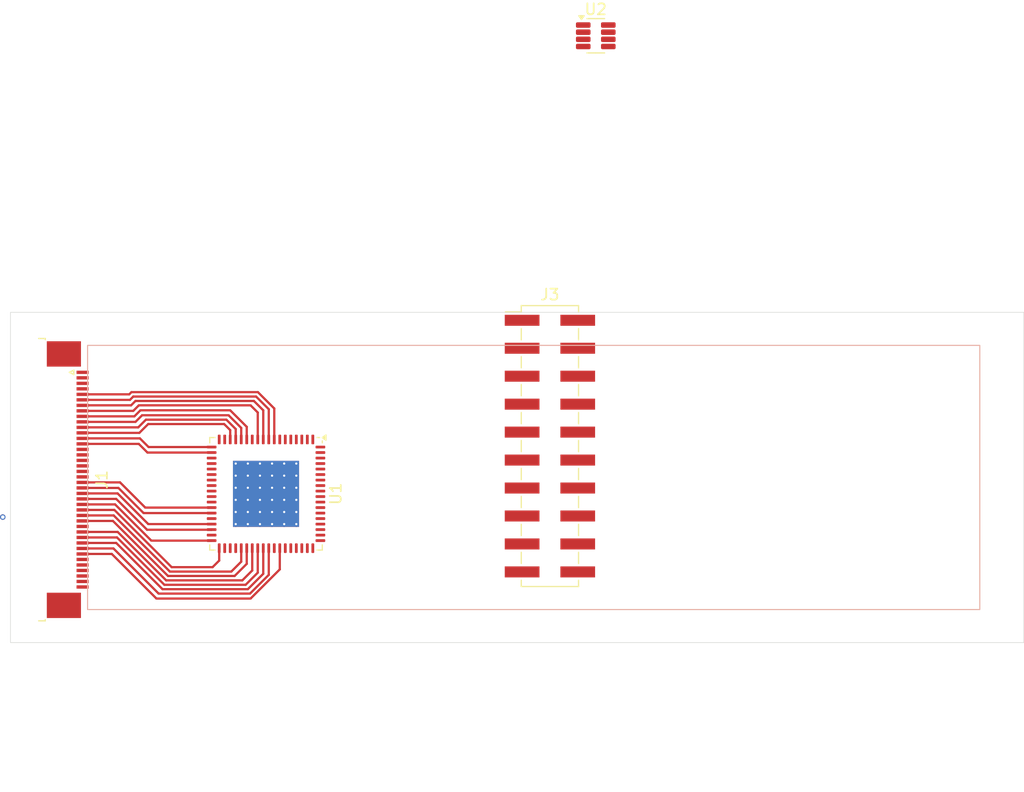
<source format=kicad_pcb>
(kicad_pcb (version 20240108) (generator "pcbnew") (generator_version "8.0")
  (layers (0 "F.Cu" signal) (1 "In1.Cu" signal) (2 "In2.Cu" signal) (31 "B.Cu" signal) (34 "B.Paste" user) (35 "F.Paste" user) (36 "B.SilkS" user "B.Silkscreen") (37 "F.SilkS" user "F.Silkscreen") (38 "B.Mask" user) (39 "F.Mask" user) (44 "Edge.Cuts" user))
  (net 0 "")
  (net 1 "RGB_R7")
  (net 3 "RGB_G4")
  (net 5 "RGB_B6")
  (net 6 "RGB_R5")
  (net 7 "GND")
  (net 9 "RGB_B4")
  (net 10 "VDD")
  (net 11 "RGB_B3")
  (net 12 "RGB_R3")
  (net 13 "RGB_R4")
  (net 14 "RGB_G2")
  (net 15 "RGB_B1")
  (net 16 "RGB_G5")
  (net 17 "RGB_PCLK")
  (net 18 "RGB_R0")
  (net 19 "RGB_B5")
  (net 20 "RGB_HSYNC")
  (net 21 "RGB_R1")
  (net 23 "RGB_B2")
  (net 25 "RGB_G0")
  (net 26 "RGB_EN")
  (net 27 "RGB_R6")
  (net 30 "RGB_G1")
  (net 31 "RGB_VSYNC")
  (net 32 "RGB_B0")
  (net 33 "RGB_R2")
  (net 34 "RGB_DE")
  (net 35 "RGB_G7")
  (net 36 "RGB_G6")
  (net 37 "RGB_G3")
  (net 38 "RGB_B7")
  (net 39 "JTAG_JTAGSEL_N")
  (net 40 "MIPI_D0_P")
  (net 41 "MIPI_CLK_N")
  (net 42 "MIPI_D0_N")
  (net 43 "MIPI_CLK_P")
  (net 44 "DISP_RST")
  (net 45 "DISP_IOVCC")
  (net 47 "DISP_VCI_EN")
  (net 48 "TP_VCC")
  (net 50 "DISP_ID")
  (footprint "Package_TO_SOT_SMD:SOT-23-8" (layer "F.Cu") (at 195.1375 99.875)
    (property "Reference" "U2" (at 0 -2.4 0) (layer "F.SilkS"))
    (property "Value" "~")
    (fp_line (start 0 -1.56) (end -0.8 -1.56) (stroke (width 0.12)) (layer "F.SilkS"))
    (fp_line (start 0 -1.56) (end 0.8 -1.56) (stroke (width 0.12)) (layer "F.SilkS"))
    (fp_line (start 0 1.56) (end -0.8 1.56) (stroke (width 0.12)) (layer "F.SilkS"))
    (fp_line (start 0 1.56) (end 0.8 1.56) (stroke (width 0.12)) (layer "F.SilkS"))
    (fp_poly (pts (xy -1.3 -1.485) (xy -1.54 -1.815) (xy -1.06 -1.815) (xy -1.3 -1.485)) (stroke (width 0.12)) (fill solid) (layer "F.SilkS"))
    (pad "1" smd roundrect (at -1.1375 -0.975) (size 1.325 0.5) (layers "F.Cu" "F.Paste" "F.Mask"))
    (pad "2" smd roundrect (at -1.1375 -0.325) (size 1.325 0.5) (layers "F.Cu" "F.Paste" "F.Mask"))
    (pad "3" smd roundrect (at -1.1375 0.325) (size 1.325 0.5) (layers "F.Cu" "F.Paste" "F.Mask"))
    (pad "4" smd roundrect (at -1.1375 0.975) (size 1.325 0.5) (layers "F.Cu" "F.Paste" "F.Mask"))
    (pad "5" smd roundrect (at 1.1375 0.975) (size 1.325 0.5) (layers "F.Cu" "F.Paste" "F.Mask"))
    (pad "6" smd roundrect (at 1.1375 0.325) (size 1.325 0.5) (layers "F.Cu" "F.Paste" "F.Mask"))
    (pad "7" smd roundrect (at 1.1375 -0.325) (size 1.325 0.5) (layers "F.Cu" "F.Paste" "F.Mask"))
    (pad "8" smd roundrect (at 1.1375 -0.975) (size 1.325 0.5) (layers "F.Cu" "F.Paste" "F.Mask"))
  )
  (footprint "Package_DFN_QFN:QFN-72-1EP_10x10mm_P0.5mm_EP6x6mm_ThermalVias" (layer "F.Cu") (at 165.2 141.4875 -90)
    (property "Reference" "U1" (at 0 -6.33 90) (layer "F.SilkS"))
    (property "Value" "LIFCL-17-7SG72C")
    (fp_line (start -5.11 5.11) (end -5.11 4.635) (stroke (width 0.12)) (layer "F.SilkS"))
    (fp_line (start -4.635 5.11) (end -5.11 5.11) (stroke (width 0.12)) (layer "F.SilkS"))
    (fp_line (start 4.635 5.11) (end 5.11 5.11) (stroke (width 0.12)) (layer "F.SilkS"))
    (fp_line (start 5.11 5.11) (end 5.11 4.635) (stroke (width 0.12)) (layer "F.SilkS"))
    (fp_line (start -5.11 -4.635) (end -5.11 -4.87) (stroke (width 0.12)) (layer "F.SilkS"))
    (fp_line (start -4.635 -5.11) (end -4.81 -5.11) (stroke (width 0.12)) (layer "F.SilkS"))
    (fp_line (start 4.635 -5.11) (end 5.11 -5.11) (stroke (width 0.12)) (layer "F.SilkS"))
    (fp_line (start 5.11 -5.11) (end 5.11 -4.635) (stroke (width 0.12)) (layer "F.SilkS"))
    (fp_poly (pts (xy -5.11 -5.11) (xy -5.35 -5.44) (xy -4.87 -5.44) (xy -5.11 -5.11)) (stroke (width 0.12)) (fill solid) (layer "F.SilkS"))
    (pad "1" smd roundrect (at -4.9375 -4.25 270) (size 0.875 0.25) (layers "F.Cu" "F.Paste" "F.Mask"))
    (pad "2" smd roundrect (at -4.9375 -3.75 270) (size 0.875 0.25) (layers "F.Cu" "F.Paste" "F.Mask"))
    (pad "3" smd roundrect (at -4.9375 -3.25 270) (size 0.875 0.25) (layers "F.Cu" "F.Paste" "F.Mask") (net 41 "MIPI_CLK_N"))
    (pad "4" smd roundrect (at -4.9375 -2.75 270) (size 0.875 0.25) (layers "F.Cu" "F.Paste" "F.Mask") (net 43 "MIPI_CLK_P"))
    (pad "5" smd roundrect (at -4.9375 -2.25 270) (size 0.875 0.25) (layers "F.Cu" "F.Paste" "F.Mask"))
    (pad "6" smd roundrect (at -4.9375 -1.75 270) (size 0.875 0.25) (layers "F.Cu" "F.Paste" "F.Mask"))
    (pad "7" smd roundrect (at -4.9375 -1.25 270) (size 0.875 0.25) (layers "F.Cu" "F.Paste" "F.Mask"))
    (pad "8" smd roundrect (at -4.9375 -0.75 270) (size 0.875 0.25) (layers "F.Cu" "F.Paste" "F.Mask") (net 18 "RGB_R0"))
    (pad "9" smd roundrect (at -4.9375 -0.25 270) (size 0.875 0.25) (layers "F.Cu" "F.Paste" "F.Mask") (net 21 "RGB_R1"))
    (pad "10" smd roundrect (at -4.9375 0.25 270) (size 0.875 0.25) (layers "F.Cu" "F.Paste" "F.Mask") (net 33 "RGB_R2"))
    (pad "11" smd roundrect (at -4.9375 0.75 270) (size 0.875 0.25) (layers "F.Cu" "F.Paste" "F.Mask") (net 12 "RGB_R3"))
    (pad "12" smd roundrect (at -4.9375 1.25 270) (size 0.875 0.25) (layers "F.Cu" "F.Paste" "F.Mask"))
    (pad "13" smd roundrect (at -4.9375 1.75 270) (size 0.875 0.25) (layers "F.Cu" "F.Paste" "F.Mask") (net 13 "RGB_R4"))
    (pad "14" smd roundrect (at -4.9375 2.25 270) (size 0.875 0.25) (layers "F.Cu" "F.Paste" "F.Mask") (net 6 "RGB_R5"))
    (pad "15" smd roundrect (at -4.9375 2.75 270) (size 0.875 0.25) (layers "F.Cu" "F.Paste" "F.Mask") (net 27 "RGB_R6"))
    (pad "16" smd roundrect (at -4.9375 3.25 270) (size 0.875 0.25) (layers "F.Cu" "F.Paste" "F.Mask") (net 1 "RGB_R7"))
    (pad "17" smd roundrect (at -4.9375 3.75 270) (size 0.875 0.25) (layers "F.Cu" "F.Paste" "F.Mask"))
    (pad "18" smd roundrect (at -4.9375 4.25 270) (size 0.875 0.25) (layers "F.Cu" "F.Paste" "F.Mask"))
    (pad "19" smd roundrect (at -4.25 4.9375 270) (size 0.25 0.875) (layers "F.Cu" "F.Paste" "F.Mask") (net 25 "RGB_G0"))
    (pad "20" smd roundrect (at -3.75 4.9375 270) (size 0.25 0.875) (layers "F.Cu" "F.Paste" "F.Mask") (net 30 "RGB_G1"))
    (pad "21" smd roundrect (at -3.25 4.9375 270) (size 0.25 0.875) (layers "F.Cu" "F.Paste" "F.Mask"))
    (pad "22" smd roundrect (at -2.75 4.9375 270) (size 0.25 0.875) (layers "F.Cu" "F.Paste" "F.Mask"))
    (pad "23" smd roundrect (at -2.25 4.9375 270) (size 0.25 0.875) (layers "F.Cu" "F.Paste" "F.Mask"))
    (pad "24" smd roundrect (at -1.75 4.9375 270) (size 0.25 0.875) (layers "F.Cu" "F.Paste" "F.Mask"))
    (pad "25" smd roundrect (at -1.25 4.9375 270) (size 0.25 0.875) (layers "F.Cu" "F.Paste" "F.Mask"))
    (pad "26" smd roundrect (at -0.75 4.9375 270) (size 0.25 0.875) (layers "F.Cu" "F.Paste" "F.Mask"))
    (pad "27" smd roundrect (at -0.25 4.9375 270) (size 0.25 0.875) (layers "F.Cu" "F.Paste" "F.Mask"))
    (pad "28" smd roundrect (at 0.25 4.9375 270) (size 0.25 0.875) (layers "F.Cu" "F.Paste" "F.Mask"))
    (pad "29" smd roundrect (at 0.75 4.9375 270) (size 0.25 0.875) (layers "F.Cu" "F.Paste" "F.Mask"))
    (pad "30" smd roundrect (at 1.25 4.9375 270) (size 0.25 0.875) (layers "F.Cu" "F.Paste" "F.Mask") (net 32 "RGB_B0"))
    (pad "31" smd roundrect (at 1.75 4.9375 270) (size 0.25 0.875) (layers "F.Cu" "F.Paste" "F.Mask") (net 15 "RGB_B1"))
    (pad "32" smd roundrect (at 2.25 4.9375 270) (size 0.25 0.875) (layers "F.Cu" "F.Paste" "F.Mask"))
    (pad "33" smd roundrect (at 2.75 4.9375 270) (size 0.25 0.875) (layers "F.Cu" "F.Paste" "F.Mask") (net 23 "RGB_B2"))
    (pad "34" smd roundrect (at 3.25 4.9375 270) (size 0.25 0.875) (layers "F.Cu" "F.Paste" "F.Mask") (net 11 "RGB_B3"))
    (pad "35" smd roundrect (at 3.75 4.9375 270) (size 0.25 0.875) (layers "F.Cu" "F.Paste" "F.Mask"))
    (pad "36" smd roundrect (at 4.25 4.9375 270) (size 0.25 0.875) (layers "F.Cu" "F.Paste" "F.Mask") (net 9 "RGB_B4"))
    (pad "37" smd roundrect (at 4.9375 4.25 270) (size 0.875 0.25) (layers "F.Cu" "F.Paste" "F.Mask") (net 19 "RGB_B5"))
    (pad "38" smd roundrect (at 4.9375 3.75 270) (size 0.875 0.25) (layers "F.Cu" "F.Paste" "F.Mask"))
    (pad "39" smd roundrect (at 4.9375 3.25 270) (size 0.875 0.25) (layers "F.Cu" "F.Paste" "F.Mask"))
    (pad "40" smd roundrect (at 4.9375 2.75 270) (size 0.875 0.25) (layers "F.Cu" "F.Paste" "F.Mask"))
    (pad "41" smd roundrect (at 4.9375 2.25 270) (size 0.875 0.25) (layers "F.Cu" "F.Paste" "F.Mask") (net 5 "RGB_B6"))
    (pad "42" smd roundrect (at 4.9375 1.75 270) (size 0.875 0.25) (layers "F.Cu" "F.Paste" "F.Mask") (net 38 "RGB_B7"))
    (pad "43" smd roundrect (at 4.9375 1.25 270) (size 0.875 0.25) (layers "F.Cu" "F.Paste" "F.Mask") (net 17 "RGB_PCLK"))
    (pad "44" smd roundrect (at 4.9375 0.75 270) (size 0.875 0.25) (layers "F.Cu" "F.Paste" "F.Mask") (net 26 "RGB_EN"))
    (pad "45" smd roundrect (at 4.9375 0.25 270) (size 0.875 0.25) (layers "F.Cu" "F.Paste" "F.Mask") (net 20 "RGB_HSYNC"))
    (pad "46" smd roundrect (at 4.9375 -0.25 270) (size 0.875 0.25) (layers "F.Cu" "F.Paste" "F.Mask") (net 31 "RGB_VSYNC"))
    (pad "47" smd roundrect (at 4.9375 -0.75 270) (size 0.875 0.25) (layers "F.Cu" "F.Paste" "F.Mask"))
    (pad "48" smd roundrect (at 4.9375 -1.25 270) (size 0.875 0.25) (layers "F.Cu" "F.Paste" "F.Mask") (net 34 "RGB_DE"))
    (pad "49" smd roundrect (at 4.9375 -1.75 270) (size 0.875 0.25) (layers "F.Cu" "F.Paste" "F.Mask"))
    (pad "50" smd roundrect (at 4.9375 -2.25 270) (size 0.875 0.25) (layers "F.Cu" "F.Paste" "F.Mask") (net 39 "JTAG_JTAGSEL_N"))
    (pad "51" smd roundrect (at 4.9375 -2.75 270) (size 0.875 0.25) (layers "F.Cu" "F.Paste" "F.Mask"))
    (pad "52" smd roundrect (at 4.9375 -3.25 270) (size 0.875 0.25) (layers "F.Cu" "F.Paste" "F.Mask"))
    (pad "53" smd roundrect (at 4.9375 -3.75 270) (size 0.875 0.25) (layers "F.Cu" "F.Paste" "F.Mask"))
    (pad "54" smd roundrect (at 4.9375 -4.25 270) (size 0.875 0.25) (layers "F.Cu" "F.Paste" "F.Mask"))
    (pad "55" smd roundrect (at 4.25 -4.9375 270) (size 0.25 0.875) (layers "F.Cu" "F.Paste" "F.Mask"))
    (pad "56" smd roundrect (at 3.75 -4.9375 270) (size 0.25 0.875) (layers "F.Cu" "F.Paste" "F.Mask"))
    (pad "57" smd roundrect (at 3.25 -4.9375 270) (size 0.25 0.875) (layers "F.Cu" "F.Paste" "F.Mask"))
    (pad "58" smd roundrect (at 2.75 -4.9375 270) (size 0.25 0.875) (layers "F.Cu" "F.Paste" "F.Mask"))
    (pad "59" smd roundrect (at 2.25 -4.9375 270) (size 0.25 0.875) (layers "F.Cu" "F.Paste" "F.Mask"))
    (pad "60" smd roundrect (at 1.75 -4.9375 270) (size 0.25 0.875) (layers "F.Cu" "F.Paste" "F.Mask"))
    (pad "61" smd roundrect (at 1.25 -4.9375 270) (size 0.25 0.875) (layers "F.Cu" "F.Paste" "F.Mask"))
    (pad "62" smd roundrect (at 0.75 -4.9375 270) (size 0.25 0.875) (layers "F.Cu" "F.Paste" "F.Mask"))
    (pad "63" smd roundrect (at 0.25 -4.9375 270) (size 0.25 0.875) (layers "F.Cu" "F.Paste" "F.Mask"))
    (pad "64" smd roundrect (at -0.25 -4.9375 270) (size 0.25 0.875) (layers "F.Cu" "F.Paste" "F.Mask"))
    (pad "65" smd roundrect (at -0.75 -4.9375 270) (size 0.25 0.875) (layers "F.Cu" "F.Paste" "F.Mask"))
    (pad "66" smd roundrect (at -1.25 -4.9375 270) (size 0.25 0.875) (layers "F.Cu" "F.Paste" "F.Mask"))
    (pad "67" smd roundrect (at -1.75 -4.9375 270) (size 0.25 0.875) (layers "F.Cu" "F.Paste" "F.Mask"))
    (pad "68" smd roundrect (at -2.25 -4.9375 270) (size 0.25 0.875) (layers "F.Cu" "F.Paste" "F.Mask") (net 40 "MIPI_D0_P"))
    (pad "69" smd roundrect (at -2.75 -4.9375 270) (size 0.25 0.875) (layers "F.Cu" "F.Paste" "F.Mask") (net 42 "MIPI_D0_N"))
    (pad "70" smd roundrect (at -3.25 -4.9375 270) (size 0.25 0.875) (layers "F.Cu" "F.Paste" "F.Mask"))
    (pad "71" smd roundrect (at -3.75 -4.9375 270) (size 0.25 0.875) (layers "F.Cu" "F.Paste" "F.Mask"))
    (pad "72" smd roundrect (at -4.25 -4.9375 270) (size 0.25 0.875) (layers "F.Cu" "F.Paste" "F.Mask"))
    (pad "73" thru_hole circle (at -2.75 -2.75 270) (size 0.5 0.5) (drill 0.2) (property pad_prop_heatsink) (layers "*.Cu" "In3.Cu" "In4.Cu" "In5.Cu" "In6.Cu" "In7.Cu" "In8.Cu" "In9.Cu" "In10.Cu" "In11.Cu" "In12.Cu" "In13.Cu" "In14.Cu" "In15.Cu" "In16.Cu" "In17.Cu" "In18.Cu" "In19.Cu" "In20.Cu" "In21.Cu" "In22.Cu" "In23.Cu" "In24.Cu" "In25.Cu" "In26.Cu" "In27.Cu" "In28.Cu" "In29.Cu" "In30.Cu"))
    (pad "73" thru_hole circle (at -2.75 -1.65 270) (size 0.5 0.5) (drill 0.2) (property pad_prop_heatsink) (layers "*.Cu" "In3.Cu" "In4.Cu" "In5.Cu" "In6.Cu" "In7.Cu" "In8.Cu" "In9.Cu" "In10.Cu" "In11.Cu" "In12.Cu" "In13.Cu" "In14.Cu" "In15.Cu" "In16.Cu" "In17.Cu" "In18.Cu" "In19.Cu" "In20.Cu" "In21.Cu" "In22.Cu" "In23.Cu" "In24.Cu" "In25.Cu" "In26.Cu" "In27.Cu" "In28.Cu" "In29.Cu" "In30.Cu"))
    (pad "73" thru_hole circle (at -2.75 -0.55 270) (size 0.5 0.5) (drill 0.2) (property pad_prop_heatsink) (layers "*.Cu" "In3.Cu" "In4.Cu" "In5.Cu" "In6.Cu" "In7.Cu" "In8.Cu" "In9.Cu" "In10.Cu" "In11.Cu" "In12.Cu" "In13.Cu" "In14.Cu" "In15.Cu" "In16.Cu" "In17.Cu" "In18.Cu" "In19.Cu" "In20.Cu" "In21.Cu" "In22.Cu" "In23.Cu" "In24.Cu" "In25.Cu" "In26.Cu" "In27.Cu" "In28.Cu" "In29.Cu" "In30.Cu"))
    (pad "73" thru_hole circle (at -2.75 0.55 270) (size 0.5 0.5) (drill 0.2) (property pad_prop_heatsink) (layers "*.Cu" "In3.Cu" "In4.Cu" "In5.Cu" "In6.Cu" "In7.Cu" "In8.Cu" "In9.Cu" "In10.Cu" "In11.Cu" "In12.Cu" "In13.Cu" "In14.Cu" "In15.Cu" "In16.Cu" "In17.Cu" "In18.Cu" "In19.Cu" "In20.Cu" "In21.Cu" "In22.Cu" "In23.Cu" "In24.Cu" "In25.Cu" "In26.Cu" "In27.Cu" "In28.Cu" "In29.Cu" "In30.Cu"))
    (pad "73" thru_hole circle (at -2.75 1.65 270) (size 0.5 0.5) (drill 0.2) (property pad_prop_heatsink) (layers "*.Cu" "In3.Cu" "In4.Cu" "In5.Cu" "In6.Cu" "In7.Cu" "In8.Cu" "In9.Cu" "In10.Cu" "In11.Cu" "In12.Cu" "In13.Cu" "In14.Cu" "In15.Cu" "In16.Cu" "In17.Cu" "In18.Cu" "In19.Cu" "In20.Cu" "In21.Cu" "In22.Cu" "In23.Cu" "In24.Cu" "In25.Cu" "In26.Cu" "In27.Cu" "In28.Cu" "In29.Cu" "In30.Cu"))
    (pad "73" thru_hole circle (at -2.75 2.75 270) (size 0.5 0.5) (drill 0.2) (property pad_prop_heatsink) (layers "*.Cu" "In3.Cu" "In4.Cu" "In5.Cu" "In6.Cu" "In7.Cu" "In8.Cu" "In9.Cu" "In10.Cu" "In11.Cu" "In12.Cu" "In13.Cu" "In14.Cu" "In15.Cu" "In16.Cu" "In17.Cu" "In18.Cu" "In19.Cu" "In20.Cu" "In21.Cu" "In22.Cu" "In23.Cu" "In24.Cu" "In25.Cu" "In26.Cu" "In27.Cu" "In28.Cu" "In29.Cu" "In30.Cu"))
    (pad "73" thru_hole circle (at -1.65 -2.75 270) (size 0.5 0.5) (drill 0.2) (property pad_prop_heatsink) (layers "*.Cu" "In3.Cu" "In4.Cu" "In5.Cu" "In6.Cu" "In7.Cu" "In8.Cu" "In9.Cu" "In10.Cu" "In11.Cu" "In12.Cu" "In13.Cu" "In14.Cu" "In15.Cu" "In16.Cu" "In17.Cu" "In18.Cu" "In19.Cu" "In20.Cu" "In21.Cu" "In22.Cu" "In23.Cu" "In24.Cu" "In25.Cu" "In26.Cu" "In27.Cu" "In28.Cu" "In29.Cu" "In30.Cu"))
    (pad "73" thru_hole circle (at -1.65 -1.65 270) (size 0.5 0.5) (drill 0.2) (property pad_prop_heatsink) (layers "*.Cu" "In3.Cu" "In4.Cu" "In5.Cu" "In6.Cu" "In7.Cu" "In8.Cu" "In9.Cu" "In10.Cu" "In11.Cu" "In12.Cu" "In13.Cu" "In14.Cu" "In15.Cu" "In16.Cu" "In17.Cu" "In18.Cu" "In19.Cu" "In20.Cu" "In21.Cu" "In22.Cu" "In23.Cu" "In24.Cu" "In25.Cu" "In26.Cu" "In27.Cu" "In28.Cu" "In29.Cu" "In30.Cu"))
    (pad "73" thru_hole circle (at -1.65 -0.55 270) (size 0.5 0.5) (drill 0.2) (property pad_prop_heatsink) (layers "*.Cu" "In3.Cu" "In4.Cu" "In5.Cu" "In6.Cu" "In7.Cu" "In8.Cu" "In9.Cu" "In10.Cu" "In11.Cu" "In12.Cu" "In13.Cu" "In14.Cu" "In15.Cu" "In16.Cu" "In17.Cu" "In18.Cu" "In19.Cu" "In20.Cu" "In21.Cu" "In22.Cu" "In23.Cu" "In24.Cu" "In25.Cu" "In26.Cu" "In27.Cu" "In28.Cu" "In29.Cu" "In30.Cu"))
    (pad "73" thru_hole circle (at -1.65 0.55 270) (size 0.5 0.5) (drill 0.2) (property pad_prop_heatsink) (layers "*.Cu" "In3.Cu" "In4.Cu" "In5.Cu" "In6.Cu" "In7.Cu" "In8.Cu" "In9.Cu" "In10.Cu" "In11.Cu" "In12.Cu" "In13.Cu" "In14.Cu" "In15.Cu" "In16.Cu" "In17.Cu" "In18.Cu" "In19.Cu" "In20.Cu" "In21.Cu" "In22.Cu" "In23.Cu" "In24.Cu" "In25.Cu" "In26.Cu" "In27.Cu" "In28.Cu" "In29.Cu" "In30.Cu"))
    (pad "73" thru_hole circle (at -1.65 1.65 270) (size 0.5 0.5) (drill 0.2) (property pad_prop_heatsink) (layers "*.Cu" "In3.Cu" "In4.Cu" "In5.Cu" "In6.Cu" "In7.Cu" "In8.Cu" "In9.Cu" "In10.Cu" "In11.Cu" "In12.Cu" "In13.Cu" "In14.Cu" "In15.Cu" "In16.Cu" "In17.Cu" "In18.Cu" "In19.Cu" "In20.Cu" "In21.Cu" "In22.Cu" "In23.Cu" "In24.Cu" "In25.Cu" "In26.Cu" "In27.Cu" "In28.Cu" "In29.Cu" "In30.Cu"))
    (pad "73" thru_hole circle (at -1.65 2.75 270) (size 0.5 0.5) (drill 0.2) (property pad_prop_heatsink) (layers "*.Cu" "In3.Cu" "In4.Cu" "In5.Cu" "In6.Cu" "In7.Cu" "In8.Cu" "In9.Cu" "In10.Cu" "In11.Cu" "In12.Cu" "In13.Cu" "In14.Cu" "In15.Cu" "In16.Cu" "In17.Cu" "In18.Cu" "In19.Cu" "In20.Cu" "In21.Cu" "In22.Cu" "In23.Cu" "In24.Cu" "In25.Cu" "In26.Cu" "In27.Cu" "In28.Cu" "In29.Cu" "In30.Cu"))
    (pad "73" thru_hole circle (at -0.55 -2.75 270) (size 0.5 0.5) (drill 0.2) (property pad_prop_heatsink) (layers "*.Cu" "In3.Cu" "In4.Cu" "In5.Cu" "In6.Cu" "In7.Cu" "In8.Cu" "In9.Cu" "In10.Cu" "In11.Cu" "In12.Cu" "In13.Cu" "In14.Cu" "In15.Cu" "In16.Cu" "In17.Cu" "In18.Cu" "In19.Cu" "In20.Cu" "In21.Cu" "In22.Cu" "In23.Cu" "In24.Cu" "In25.Cu" "In26.Cu" "In27.Cu" "In28.Cu" "In29.Cu" "In30.Cu"))
    (pad "73" thru_hole circle (at -0.55 -1.65 270) (size 0.5 0.5) (drill 0.2) (property pad_prop_heatsink) (layers "*.Cu" "In3.Cu" "In4.Cu" "In5.Cu" "In6.Cu" "In7.Cu" "In8.Cu" "In9.Cu" "In10.Cu" "In11.Cu" "In12.Cu" "In13.Cu" "In14.Cu" "In15.Cu" "In16.Cu" "In17.Cu" "In18.Cu" "In19.Cu" "In20.Cu" "In21.Cu" "In22.Cu" "In23.Cu" "In24.Cu" "In25.Cu" "In26.Cu" "In27.Cu" "In28.Cu" "In29.Cu" "In30.Cu"))
    (pad "73" thru_hole circle (at -0.55 -0.55 270) (size 0.5 0.5) (drill 0.2) (property pad_prop_heatsink) (layers "*.Cu" "In3.Cu" "In4.Cu" "In5.Cu" "In6.Cu" "In7.Cu" "In8.Cu" "In9.Cu" "In10.Cu" "In11.Cu" "In12.Cu" "In13.Cu" "In14.Cu" "In15.Cu" "In16.Cu" "In17.Cu" "In18.Cu" "In19.Cu" "In20.Cu" "In21.Cu" "In22.Cu" "In23.Cu" "In24.Cu" "In25.Cu" "In26.Cu" "In27.Cu" "In28.Cu" "In29.Cu" "In30.Cu"))
    (pad "73" thru_hole circle (at -0.55 0.55 270) (size 0.5 0.5) (drill 0.2) (property pad_prop_heatsink) (layers "*.Cu" "In3.Cu" "In4.Cu" "In5.Cu" "In6.Cu" "In7.Cu" "In8.Cu" "In9.Cu" "In10.Cu" "In11.Cu" "In12.Cu" "In13.Cu" "In14.Cu" "In15.Cu" "In16.Cu" "In17.Cu" "In18.Cu" "In19.Cu" "In20.Cu" "In21.Cu" "In22.Cu" "In23.Cu" "In24.Cu" "In25.Cu" "In26.Cu" "In27.Cu" "In28.Cu" "In29.Cu" "In30.Cu"))
    (pad "73" thru_hole circle (at -0.55 1.65 270) (size 0.5 0.5) (drill 0.2) (property pad_prop_heatsink) (layers "*.Cu" "In3.Cu" "In4.Cu" "In5.Cu" "In6.Cu" "In7.Cu" "In8.Cu" "In9.Cu" "In10.Cu" "In11.Cu" "In12.Cu" "In13.Cu" "In14.Cu" "In15.Cu" "In16.Cu" "In17.Cu" "In18.Cu" "In19.Cu" "In20.Cu" "In21.Cu" "In22.Cu" "In23.Cu" "In24.Cu" "In25.Cu" "In26.Cu" "In27.Cu" "In28.Cu" "In29.Cu" "In30.Cu"))
    (pad "73" thru_hole circle (at -0.55 2.75 270) (size 0.5 0.5) (drill 0.2) (property pad_prop_heatsink) (layers "*.Cu" "In3.Cu" "In4.Cu" "In5.Cu" "In6.Cu" "In7.Cu" "In8.Cu" "In9.Cu" "In10.Cu" "In11.Cu" "In12.Cu" "In13.Cu" "In14.Cu" "In15.Cu" "In16.Cu" "In17.Cu" "In18.Cu" "In19.Cu" "In20.Cu" "In21.Cu" "In22.Cu" "In23.Cu" "In24.Cu" "In25.Cu" "In26.Cu" "In27.Cu" "In28.Cu" "In29.Cu" "In30.Cu"))
    (pad "73" smd rect (at 0 0 270) (size 6 6) (property pad_prop_heatsink) (layers "F.Cu" "F.Mask"))
    (pad "73" smd rect (at 0 0 270) (size 6 6) (property pad_prop_heatsink) (layers "B.Cu"))
    (pad "73" thru_hole circle (at 0.55 -2.75 270) (size 0.5 0.5) (drill 0.2) (property pad_prop_heatsink) (layers "*.Cu" "In3.Cu" "In4.Cu" "In5.Cu" "In6.Cu" "In7.Cu" "In8.Cu" "In9.Cu" "In10.Cu" "In11.Cu" "In12.Cu" "In13.Cu" "In14.Cu" "In15.Cu" "In16.Cu" "In17.Cu" "In18.Cu" "In19.Cu" "In20.Cu" "In21.Cu" "In22.Cu" "In23.Cu" "In24.Cu" "In25.Cu" "In26.Cu" "In27.Cu" "In28.Cu" "In29.Cu" "In30.Cu"))
    (pad "73" thru_hole circle (at 0.55 -1.65 270) (size 0.5 0.5) (drill 0.2) (property pad_prop_heatsink) (layers "*.Cu" "In3.Cu" "In4.Cu" "In5.Cu" "In6.Cu" "In7.Cu" "In8.Cu" "In9.Cu" "In10.Cu" "In11.Cu" "In12.Cu" "In13.Cu" "In14.Cu" "In15.Cu" "In16.Cu" "In17.Cu" "In18.Cu" "In19.Cu" "In20.Cu" "In21.Cu" "In22.Cu" "In23.Cu" "In24.Cu" "In25.Cu" "In26.Cu" "In27.Cu" "In28.Cu" "In29.Cu" "In30.Cu"))
    (pad "73" thru_hole circle (at 0.55 -0.55 270) (size 0.5 0.5) (drill 0.2) (property pad_prop_heatsink) (layers "*.Cu" "In3.Cu" "In4.Cu" "In5.Cu" "In6.Cu" "In7.Cu" "In8.Cu" "In9.Cu" "In10.Cu" "In11.Cu" "In12.Cu" "In13.Cu" "In14.Cu" "In15.Cu" "In16.Cu" "In17.Cu" "In18.Cu" "In19.Cu" "In20.Cu" "In21.Cu" "In22.Cu" "In23.Cu" "In24.Cu" "In25.Cu" "In26.Cu" "In27.Cu" "In28.Cu" "In29.Cu" "In30.Cu"))
    (pad "73" thru_hole circle (at 0.55 0.55 270) (size 0.5 0.5) (drill 0.2) (property pad_prop_heatsink) (layers "*.Cu" "In3.Cu" "In4.Cu" "In5.Cu" "In6.Cu" "In7.Cu" "In8.Cu" "In9.Cu" "In10.Cu" "In11.Cu" "In12.Cu" "In13.Cu" "In14.Cu" "In15.Cu" "In16.Cu" "In17.Cu" "In18.Cu" "In19.Cu" "In20.Cu" "In21.Cu" "In22.Cu" "In23.Cu" "In24.Cu" "In25.Cu" "In26.Cu" "In27.Cu" "In28.Cu" "In29.Cu" "In30.Cu"))
    (pad "73" thru_hole circle (at 0.55 1.65 270) (size 0.5 0.5) (drill 0.2) (property pad_prop_heatsink) (layers "*.Cu" "In3.Cu" "In4.Cu" "In5.Cu" "In6.Cu" "In7.Cu" "In8.Cu" "In9.Cu" "In10.Cu" "In11.Cu" "In12.Cu" "In13.Cu" "In14.Cu" "In15.Cu" "In16.Cu" "In17.Cu" "In18.Cu" "In19.Cu" "In20.Cu" "In21.Cu" "In22.Cu" "In23.Cu" "In24.Cu" "In25.Cu" "In26.Cu" "In27.Cu" "In28.Cu" "In29.Cu" "In30.Cu"))
    (pad "73" thru_hole circle (at 0.55 2.75 270) (size 0.5 0.5) (drill 0.2) (property pad_prop_heatsink) (layers "*.Cu" "In3.Cu" "In4.Cu" "In5.Cu" "In6.Cu" "In7.Cu" "In8.Cu" "In9.Cu" "In10.Cu" "In11.Cu" "In12.Cu" "In13.Cu" "In14.Cu" "In15.Cu" "In16.Cu" "In17.Cu" "In18.Cu" "In19.Cu" "In20.Cu" "In21.Cu" "In22.Cu" "In23.Cu" "In24.Cu" "In25.Cu" "In26.Cu" "In27.Cu" "In28.Cu" "In29.Cu" "In30.Cu"))
    (pad "73" thru_hole circle (at 1.65 -2.75 270) (size 0.5 0.5) (drill 0.2) (property pad_prop_heatsink) (layers "*.Cu" "In3.Cu" "In4.Cu" "In5.Cu" "In6.Cu" "In7.Cu" "In8.Cu" "In9.Cu" "In10.Cu" "In11.Cu" "In12.Cu" "In13.Cu" "In14.Cu" "In15.Cu" "In16.Cu" "In17.Cu" "In18.Cu" "In19.Cu" "In20.Cu" "In21.Cu" "In22.Cu" "In23.Cu" "In24.Cu" "In25.Cu" "In26.Cu" "In27.Cu" "In28.Cu" "In29.Cu" "In30.Cu"))
    (pad "73" thru_hole circle (at 1.65 -1.65 270) (size 0.5 0.5) (drill 0.2) (property pad_prop_heatsink) (layers "*.Cu" "In3.Cu" "In4.Cu" "In5.Cu" "In6.Cu" "In7.Cu" "In8.Cu" "In9.Cu" "In10.Cu" "In11.Cu" "In12.Cu" "In13.Cu" "In14.Cu" "In15.Cu" "In16.Cu" "In17.Cu" "In18.Cu" "In19.Cu" "In20.Cu" "In21.Cu" "In22.Cu" "In23.Cu" "In24.Cu" "In25.Cu" "In26.Cu" "In27.Cu" "In28.Cu" "In29.Cu" "In30.Cu"))
    (pad "73" thru_hole circle (at 1.65 -0.55 270) (size 0.5 0.5) (drill 0.2) (property pad_prop_heatsink) (layers "*.Cu" "In3.Cu" "In4.Cu" "In5.Cu" "In6.Cu" "In7.Cu" "In8.Cu" "In9.Cu" "In10.Cu" "In11.Cu" "In12.Cu" "In13.Cu" "In14.Cu" "In15.Cu" "In16.Cu" "In17.Cu" "In18.Cu" "In19.Cu" "In20.Cu" "In21.Cu" "In22.Cu" "In23.Cu" "In24.Cu" "In25.Cu" "In26.Cu" "In27.Cu" "In28.Cu" "In29.Cu" "In30.Cu"))
    (pad "73" thru_hole circle (at 1.65 0.55 270) (size 0.5 0.5) (drill 0.2) (property pad_prop_heatsink) (layers "*.Cu" "In3.Cu" "In4.Cu" "In5.Cu" "In6.Cu" "In7.Cu" "In8.Cu" "In9.Cu" "In10.Cu" "In11.Cu" "In12.Cu" "In13.Cu" "In14.Cu" "In15.Cu" "In16.Cu" "In17.Cu" "In18.Cu" "In19.Cu" "In20.Cu" "In21.Cu" "In22.Cu" "In23.Cu" "In24.Cu" "In25.Cu" "In26.Cu" "In27.Cu" "In28.Cu" "In29.Cu" "In30.Cu"))
    (pad "73" thru_hole circle (at 1.65 1.65 270) (size 0.5 0.5) (drill 0.2) (property pad_prop_heatsink) (layers "*.Cu" "In3.Cu" "In4.Cu" "In5.Cu" "In6.Cu" "In7.Cu" "In8.Cu" "In9.Cu" "In10.Cu" "In11.Cu" "In12.Cu" "In13.Cu" "In14.Cu" "In15.Cu" "In16.Cu" "In17.Cu" "In18.Cu" "In19.Cu" "In20.Cu" "In21.Cu" "In22.Cu" "In23.Cu" "In24.Cu" "In25.Cu" "In26.Cu" "In27.Cu" "In28.Cu" "In29.Cu" "In30.Cu"))
    (pad "73" thru_hole circle (at 1.65 2.75 270) (size 0.5 0.5) (drill 0.2) (property pad_prop_heatsink) (layers "*.Cu" "In3.Cu" "In4.Cu" "In5.Cu" "In6.Cu" "In7.Cu" "In8.Cu" "In9.Cu" "In10.Cu" "In11.Cu" "In12.Cu" "In13.Cu" "In14.Cu" "In15.Cu" "In16.Cu" "In17.Cu" "In18.Cu" "In19.Cu" "In20.Cu" "In21.Cu" "In22.Cu" "In23.Cu" "In24.Cu" "In25.Cu" "In26.Cu" "In27.Cu" "In28.Cu" "In29.Cu" "In30.Cu"))
    (pad "73" thru_hole circle (at 2.75 -2.75 270) (size 0.5 0.5) (drill 0.2) (property pad_prop_heatsink) (layers "*.Cu" "In3.Cu" "In4.Cu" "In5.Cu" "In6.Cu" "In7.Cu" "In8.Cu" "In9.Cu" "In10.Cu" "In11.Cu" "In12.Cu" "In13.Cu" "In14.Cu" "In15.Cu" "In16.Cu" "In17.Cu" "In18.Cu" "In19.Cu" "In20.Cu" "In21.Cu" "In22.Cu" "In23.Cu" "In24.Cu" "In25.Cu" "In26.Cu" "In27.Cu" "In28.Cu" "In29.Cu" "In30.Cu"))
    (pad "73" thru_hole circle (at 2.75 -1.65 270) (size 0.5 0.5) (drill 0.2) (property pad_prop_heatsink) (layers "*.Cu" "In3.Cu" "In4.Cu" "In5.Cu" "In6.Cu" "In7.Cu" "In8.Cu" "In9.Cu" "In10.Cu" "In11.Cu" "In12.Cu" "In13.Cu" "In14.Cu" "In15.Cu" "In16.Cu" "In17.Cu" "In18.Cu" "In19.Cu" "In20.Cu" "In21.Cu" "In22.Cu" "In23.Cu" "In24.Cu" "In25.Cu" "In26.Cu" "In27.Cu" "In28.Cu" "In29.Cu" "In30.Cu"))
    (pad "73" thru_hole circle (at 2.75 -0.55 270) (size 0.5 0.5) (drill 0.2) (property pad_prop_heatsink) (layers "*.Cu" "In3.Cu" "In4.Cu" "In5.Cu" "In6.Cu" "In7.Cu" "In8.Cu" "In9.Cu" "In10.Cu" "In11.Cu" "In12.Cu" "In13.Cu" "In14.Cu" "In15.Cu" "In16.Cu" "In17.Cu" "In18.Cu" "In19.Cu" "In20.Cu" "In21.Cu" "In22.Cu" "In23.Cu" "In24.Cu" "In25.Cu" "In26.Cu" "In27.Cu" "In28.Cu" "In29.Cu" "In30.Cu"))
    (pad "73" thru_hole circle (at 2.75 0.55 270) (size 0.5 0.5) (drill 0.2) (property pad_prop_heatsink) (layers "*.Cu" "In3.Cu" "In4.Cu" "In5.Cu" "In6.Cu" "In7.Cu" "In8.Cu" "In9.Cu" "In10.Cu" "In11.Cu" "In12.Cu" "In13.Cu" "In14.Cu" "In15.Cu" "In16.Cu" "In17.Cu" "In18.Cu" "In19.Cu" "In20.Cu" "In21.Cu" "In22.Cu" "In23.Cu" "In24.Cu" "In25.Cu" "In26.Cu" "In27.Cu" "In28.Cu" "In29.Cu" "In30.Cu"))
    (pad "73" thru_hole circle (at 2.75 1.65 270) (size 0.5 0.5) (drill 0.2) (property pad_prop_heatsink) (layers "*.Cu" "In3.Cu" "In4.Cu" "In5.Cu" "In6.Cu" "In7.Cu" "In8.Cu" "In9.Cu" "In10.Cu" "In11.Cu" "In12.Cu" "In13.Cu" "In14.Cu" "In15.Cu" "In16.Cu" "In17.Cu" "In18.Cu" "In19.Cu" "In20.Cu" "In21.Cu" "In22.Cu" "In23.Cu" "In24.Cu" "In25.Cu" "In26.Cu" "In27.Cu" "In28.Cu" "In29.Cu" "In30.Cu"))
    (pad "73" thru_hole circle (at 2.75 2.75 270) (size 0.5 0.5) (drill 0.2) (property pad_prop_heatsink) (layers "*.Cu" "In3.Cu" "In4.Cu" "In5.Cu" "In6.Cu" "In7.Cu" "In8.Cu" "In9.Cu" "In10.Cu" "In11.Cu" "In12.Cu" "In13.Cu" "In14.Cu" "In15.Cu" "In16.Cu" "In17.Cu" "In18.Cu" "In19.Cu" "In20.Cu" "In21.Cu" "In22.Cu" "In23.Cu" "In24.Cu" "In25.Cu" "In26.Cu" "In27.Cu" "In28.Cu" "In29.Cu" "In30.Cu"))
  )
  (footprint "Connector_PinHeader_2.54mm:PinHeader_2x10_P2.54mm_Vertical_SMD" (layer "F.Cu") (at 190.975 137.15)
    (property "Reference" "J3" (at 0 -13.76 0) (layer "F.SilkS"))
    (property "Value" "Conn_02x15_Odd_Even")
    (fp_line (start -4.04 -12.19) (end -2.6 -12.19) (stroke (width 0.12)) (layer "F.SilkS"))
    (fp_line (start -2.6 -12.76) (end -2.6 -12.19) (stroke (width 0.12)) (layer "F.SilkS"))
    (fp_line (start -2.6 -12.76) (end 2.6 -12.76) (stroke (width 0.12)) (layer "F.SilkS"))
    (fp_line (start -2.6 -10.67) (end -2.6 -9.65) (stroke (width 0.12)) (layer "F.SilkS"))
    (fp_line (start -2.6 -8.13) (end -2.6 -7.11) (stroke (width 0.12)) (layer "F.SilkS"))
    (fp_line (start -2.6 -5.59) (end -2.6 -4.57) (stroke (width 0.12)) (layer "F.SilkS"))
    (fp_line (start -2.6 -3.05) (end -2.6 -2.03) (stroke (width 0.12)) (layer "F.SilkS"))
    (fp_line (start -2.6 -0.51) (end -2.6 0.51) (stroke (width 0.12)) (layer "F.SilkS"))
    (fp_line (start -2.6 2.03) (end -2.6 3.05) (stroke (width 0.12)) (layer "F.SilkS"))
    (fp_line (start -2.6 4.57) (end -2.6 5.59) (stroke (width 0.12)) (layer "F.SilkS"))
    (fp_line (start -2.6 7.11) (end -2.6 8.13) (stroke (width 0.12)) (layer "F.SilkS"))
    (fp_line (start -2.6 9.65) (end -2.6 10.67) (stroke (width 0.12)) (layer "F.SilkS"))
    (fp_line (start -2.6 12.19) (end -2.6 12.76) (stroke (width 0.12)) (layer "F.SilkS"))
    (fp_line (start -2.6 12.76) (end 2.6 12.76) (stroke (width 0.12)) (layer "F.SilkS"))
    (fp_line (start 2.6 -12.76) (end 2.6 -12.19) (stroke (width 0.12)) (layer "F.SilkS"))
    (fp_line (start 2.6 -10.67) (end 2.6 -9.65) (stroke (width 0.12)) (layer "F.SilkS"))
    (fp_line (start 2.6 -8.13) (end 2.6 -7.11) (stroke (width 0.12)) (layer "F.SilkS"))
    (fp_line (start 2.6 -5.59) (end 2.6 -4.57) (stroke (width 0.12)) (layer "F.SilkS"))
    (fp_line (start 2.6 -3.05) (end 2.6 -2.03) (stroke (width 0.12)) (layer "F.SilkS"))
    (fp_line (start 2.6 -0.51) (end 2.6 0.51) (stroke (width 0.12)) (layer "F.SilkS"))
    (fp_line (start 2.6 2.03) (end 2.6 3.05) (stroke (width 0.12)) (layer "F.SilkS"))
    (fp_line (start 2.6 4.57) (end 2.6 5.59) (stroke (width 0.12)) (layer "F.SilkS"))
    (fp_line (start 2.6 7.11) (end 2.6 8.13) (stroke (width 0.12)) (layer "F.SilkS"))
    (fp_line (start 2.6 9.65) (end 2.6 10.67) (stroke (width 0.12)) (layer "F.SilkS"))
    (fp_line (start 2.6 12.19) (end 2.6 12.76) (stroke (width 0.12)) (layer "F.SilkS"))
    (pad "1" smd rect (at -2.525 -11.43) (size 3.15 1) (layers "F.Cu" "F.Paste" "F.Mask") (net 7 "GND"))
    (pad "2" smd rect (at 2.525 -11.43) (size 3.15 1) (layers "F.Cu" "F.Paste" "F.Mask") (net 7 "GND"))
    (pad "3" smd rect (at -2.525 -8.89) (size 3.15 1) (layers "F.Cu" "F.Paste" "F.Mask") (net 41 "MIPI_CLK_N"))
    (pad "4" smd rect (at 2.525 -8.89) (size 3.15 1) (layers "F.Cu" "F.Paste" "F.Mask") (net 47 "DISP_VCI_EN"))
    (pad "5" smd rect (at -2.525 -6.35) (size 3.15 1) (layers "F.Cu" "F.Paste" "F.Mask") (net 43 "MIPI_CLK_P"))
    (pad "6" smd rect (at 2.525 -6.35) (size 3.15 1) (layers "F.Cu" "F.Paste" "F.Mask") (net 7 "GND"))
    (pad "7" smd rect (at -2.525 -3.81) (size 3.15 1) (layers "F.Cu" "F.Paste" "F.Mask") (net 7 "GND"))
    (pad "8" smd rect (at 2.525 -3.81) (size 3.15 1) (layers "F.Cu" "F.Paste" "F.Mask") (net 45 "DISP_IOVCC"))
    (pad "9" smd rect (at -2.525 -1.27) (size 3.15 1) (layers "F.Cu" "F.Paste" "F.Mask"))
    (pad "10" smd rect (at 2.525 -1.27) (size 3.15 1) (layers "F.Cu" "F.Paste" "F.Mask") (net 7 "GND"))
    (pad "11" smd rect (at -2.525 1.27) (size 3.15 1) (layers "F.Cu" "F.Paste" "F.Mask"))
    (pad "12" smd rect (at 2.525 1.27) (size 3.15 1) (layers "F.Cu" "F.Paste" "F.Mask") (net 44 "DISP_RST"))
    (pad "13" smd rect (at -2.525 3.81) (size 3.15 1) (layers "F.Cu" "F.Paste" "F.Mask") (net 7 "GND"))
    (pad "14" smd rect (at 2.525 3.81) (size 3.15 1) (layers "F.Cu" "F.Paste" "F.Mask") (net 50 "DISP_ID"))
    (pad "15" smd rect (at -2.525 6.35) (size 3.15 1) (layers "F.Cu" "F.Paste" "F.Mask") (net 42 "MIPI_D0_N"))
    (pad "16" smd rect (at 2.525 6.35) (size 3.15 1) (layers "F.Cu" "F.Paste" "F.Mask") (net 7 "GND"))
    (pad "17" smd rect (at -2.525 8.89) (size 3.15 1) (layers "F.Cu" "F.Paste" "F.Mask") (net 40 "MIPI_D0_P"))
    (pad "18" smd rect (at 2.525 8.89) (size 3.15 1) (layers "F.Cu" "F.Paste" "F.Mask") (net 48 "TP_VCC"))
    (pad "19" smd rect (at -2.525 11.43) (size 3.15 1) (layers "F.Cu" "F.Paste" "F.Mask") (net 7 "GND"))
    (pad "20" smd rect (at 2.525 11.43) (size 3.15 1) (layers "F.Cu" "F.Paste" "F.Mask") (net 7 "GND"))
  )
  (footprint "Connector_FFC-FPC:TE_4-1734839-0_1x40-1MP_P0.5mm_Horizontal" (layer "F.Cu") (at 147.2 140.2 -90)
    (property "Reference" "J1" (at 0 -3.1 90) (layer "F.SilkS"))
    (property "Value" "Input 1x40 FPC")
    (fp_line (start -12.825 2.04) (end -12.825 2.64) (stroke (width 0.12)) (layer "F.SilkS"))
    (fp_line (start -12.715 2.04) (end -12.825 2.04) (stroke (width 0.12)) (layer "F.SilkS"))
    (fp_line (start 12.715 2.04) (end 12.825 2.04) (stroke (width 0.12)) (layer "F.SilkS"))
    (fp_line (start 12.825 2.04) (end 12.825 2.64) (stroke (width 0.12)) (layer "F.SilkS"))
    (fp_line (start -9.75 -0.15) (end -9.55 -0.55) (stroke (width 0.12)) (layer "F.SilkS"))
    (fp_line (start -9.95 -0.55) (end -9.75 -0.15) (stroke (width 0.12)) (layer "F.SilkS"))
    (fp_line (start -9.55 -0.55) (end -9.95 -0.55) (stroke (width 0.12)) (layer "F.SilkS"))
    (pad "1" smd rect (at -9.75 -1.35 270) (size 0.3 1.1) (layers "F.Cu" "F.Paste" "F.Mask"))
    (pad "2" smd rect (at -9.25 -1.35 270) (size 0.3 1.1) (layers "F.Cu" "F.Paste" "F.Mask"))
    (pad "3" smd rect (at -8.75 -1.35 270) (size 0.3 1.1) (layers "F.Cu" "F.Paste" "F.Mask") (net 7 "GND"))
    (pad "4" smd rect (at -8.25 -1.35 270) (size 0.3 1.1) (layers "F.Cu" "F.Paste" "F.Mask") (net 10 "VDD"))
    (pad "5" smd rect (at -7.75 -1.35 270) (size 0.3 1.1) (layers "F.Cu" "F.Paste" "F.Mask") (net 18 "RGB_R0"))
    (pad "6" smd rect (at -7.25 -1.35 270) (size 0.3 1.1) (layers "F.Cu" "F.Paste" "F.Mask") (net 21 "RGB_R1"))
    (pad "7" smd rect (at -6.75 -1.35 270) (size 0.3 1.1) (layers "F.Cu" "F.Paste" "F.Mask") (net 33 "RGB_R2"))
    (pad "8" smd rect (at -6.25 -1.35 270) (size 0.3 1.1) (layers "F.Cu" "F.Paste" "F.Mask") (net 12 "RGB_R3"))
    (pad "9" smd rect (at -5.75 -1.35 270) (size 0.3 1.1) (layers "F.Cu" "F.Paste" "F.Mask") (net 13 "RGB_R4"))
    (pad "10" smd rect (at -5.25 -1.35 270) (size 0.3 1.1) (layers "F.Cu" "F.Paste" "F.Mask") (net 6 "RGB_R5"))
    (pad "11" smd rect (at -4.75 -1.35 270) (size 0.3 1.1) (layers "F.Cu" "F.Paste" "F.Mask") (net 27 "RGB_R6"))
    (pad "12" smd rect (at -4.25 -1.35 270) (size 0.3 1.1) (layers "F.Cu" "F.Paste" "F.Mask") (net 1 "RGB_R7"))
    (pad "13" smd rect (at -3.75 -1.35 270) (size 0.3 1.1) (layers "F.Cu" "F.Paste" "F.Mask") (net 25 "RGB_G0"))
    (pad "14" smd rect (at -3.25 -1.35 270) (size 0.3 1.1) (layers "F.Cu" "F.Paste" "F.Mask") (net 30 "RGB_G1"))
    (pad "15" smd rect (at -2.75 -1.35 270) (size 0.3 1.1) (layers "F.Cu" "F.Paste" "F.Mask") (net 14 "RGB_G2"))
    (pad "16" smd rect (at -2.25 -1.35 270) (size 0.3 1.1) (layers "F.Cu" "F.Paste" "F.Mask") (net 37 "RGB_G3"))
    (pad "17" smd rect (at -1.75 -1.35 270) (size 0.3 1.1) (layers "F.Cu" "F.Paste" "F.Mask") (net 3 "RGB_G4"))
    (pad "18" smd rect (at -1.25 -1.35 270) (size 0.3 1.1) (layers "F.Cu" "F.Paste" "F.Mask") (net 16 "RGB_G5"))
    (pad "19" smd rect (at -0.75 -1.35 270) (size 0.3 1.1) (layers "F.Cu" "F.Paste" "F.Mask") (net 36 "RGB_G6"))
    (pad "20" smd rect (at -0.25 -1.35 270) (size 0.3 1.1) (layers "F.Cu" "F.Paste" "F.Mask") (net 35 "RGB_G7"))
    (pad "21" smd rect (at 0.25 -1.35 270) (size 0.3 1.1) (layers "F.Cu" "F.Paste" "F.Mask") (net 32 "RGB_B0"))
    (pad "22" smd rect (at 0.75 -1.35 270) (size 0.3 1.1) (layers "F.Cu" "F.Paste" "F.Mask") (net 15 "RGB_B1"))
    (pad "23" smd rect (at 1.25 -1.35 270) (size 0.3 1.1) (layers "F.Cu" "F.Paste" "F.Mask") (net 23 "RGB_B2"))
    (pad "24" smd rect (at 1.75 -1.35 270) (size 0.3 1.1) (layers "F.Cu" "F.Paste" "F.Mask") (net 11 "RGB_B3"))
    (pad "25" smd rect (at 2.25 -1.35 270) (size 0.3 1.1) (layers "F.Cu" "F.Paste" "F.Mask") (net 9 "RGB_B4"))
    (pad "26" smd rect (at 2.75 -1.35 270) (size 0.3 1.1) (layers "F.Cu" "F.Paste" "F.Mask") (net 19 "RGB_B5"))
    (pad "27" smd rect (at 3.25 -1.35 270) (size 0.3 1.1) (layers "F.Cu" "F.Paste" "F.Mask") (net 5 "RGB_B6"))
    (pad "28" smd rect (at 3.75 -1.35 270) (size 0.3 1.1) (layers "F.Cu" "F.Paste" "F.Mask") (net 38 "RGB_B7"))
    (pad "29" smd rect (at 4.25 -1.35 270) (size 0.3 1.1) (layers "F.Cu" "F.Paste" "F.Mask") (net 7 "GND"))
    (pad "30" smd rect (at 4.75 -1.35 270) (size 0.3 1.1) (layers "F.Cu" "F.Paste" "F.Mask") (net 17 "RGB_PCLK"))
    (pad "31" smd rect (at 5.25 -1.35 270) (size 0.3 1.1) (layers "F.Cu" "F.Paste" "F.Mask") (net 26 "RGB_EN"))
    (pad "32" smd rect (at 5.75 -1.35 270) (size 0.3 1.1) (layers "F.Cu" "F.Paste" "F.Mask") (net 20 "RGB_HSYNC"))
    (pad "33" smd rect (at 6.25 -1.35 270) (size 0.3 1.1) (layers "F.Cu" "F.Paste" "F.Mask") (net 31 "RGB_VSYNC"))
    (pad "34" smd rect (at 6.75 -1.35 270) (size 0.3 1.1) (layers "F.Cu" "F.Paste" "F.Mask") (net 34 "RGB_DE"))
    (pad "35" smd rect (at 7.25 -1.35 270) (size 0.3 1.1) (layers "F.Cu" "F.Paste" "F.Mask"))
    (pad "36" smd rect (at 7.75 -1.35 270) (size 0.3 1.1) (layers "F.Cu" "F.Paste" "F.Mask") (net 7 "GND"))
    (pad "37" smd rect (at 8.25 -1.35 270) (size 0.3 1.1) (layers "F.Cu" "F.Paste" "F.Mask"))
    (pad "38" smd rect (at 8.75 -1.35 270) (size 0.3 1.1) (layers "F.Cu" "F.Paste" "F.Mask"))
    (pad "39" smd rect (at 9.25 -1.35 270) (size 0.3 1.1) (layers "F.Cu" "F.Paste" "F.Mask"))
    (pad "40" smd rect (at 9.75 -1.35 270) (size 0.3 1.1) (layers "F.Cu" "F.Paste" "F.Mask"))
    (pad "MP" smd rect (at -11.42 0.35 270) (size 2.3 3.1) (layers "F.Cu" "F.Paste" "F.Mask"))
    (pad "MP" smd rect (at 11.42 0.35 270) (size 2.3 3.1) (layers "F.Cu" "F.Paste" "F.Mask"))
  )
  (gr_rect (start 149 128) (end 230 152) (stroke (width 0.1)) (fill none) (layer "B.SilkS"))
  (gr_rect (start 142 125) (end 234 155) (stroke (width 0.05)) (fill none) (layer "Edge.Cuts"))
  (via (at 141.3 143.6) (size 0.5) (drill 0.3) (layers "F.Cu" "B.Cu") (net 0))
  (segment (start 153.7 135.95) (end 148.55 135.95) (width 0.2) (layer "F.Cu") (net 1))
  (segment (start 161.95 135.7) (end 161.4 135.15) (width 0.2) (layer "F.Cu") (net 1))
  (segment (start 161.4 135.15) (end 154.5 135.15) (width 0.2) (layer "F.Cu") (net 1))
  (segment (start 161.95 136.55) (end 161.95 135.7) (width 0.2) (layer "F.Cu") (net 1))
  (segment (start 154.5 135.15) (end 153.7 135.95) (width 0.2) (layer "F.Cu") (net 1))
  (segment (start 162.95 147.65) (end 162.95 146.425) (width 0.2) (layer "F.Cu") (net 5))
  (segment (start 156.468628 148.55) (end 162.05 148.55) (width 0.2) (layer "F.Cu") (net 5))
  (segment (start 151.368628 143.45) (end 156.468628 148.55) (width 0.2) (layer "F.Cu") (net 5))
  (segment (start 148.55 143.45) (end 151.368628 143.45) (width 0.2) (layer "F.Cu") (net 5))
  (segment (start 162.05 148.55) (end 162.95 147.65) (width 0.2) (layer "F.Cu") (net 5))
  (segment (start 162.95 135.5) (end 161.8 134.35) (width 0.2) (layer "F.Cu") (net 6))
  (segment (start 153.35 134.95) (end 148.55 134.95) (width 0.2) (layer "F.Cu") (net 6))
  (segment (start 161.8 134.35) (end 153.95 134.35) (width 0.2) (layer "F.Cu") (net 6))
  (segment (start 162.95 136.55) (end 162.95 135.5) (width 0.2) (layer "F.Cu") (net 6))
  (segment (start 153.95 134.35) (end 153.35 134.95) (width 0.2) (layer "F.Cu") (net 6))
  (segment (start 154.7875 145.7375) (end 151.5 142.45) (width 0.2) (layer "F.Cu") (net 9))
  (segment (start 151.5 142.45) (end 148.55 142.45) (width 0.2) (layer "F.Cu") (net 9))
  (segment (start 160.2625 145.7375) (end 154.7875 145.7375) (width 0.2) (layer "F.Cu") (net 9))
  (segment (start 160.2625 144.7375) (end 160.25 144.75) (width 0.2) (layer "F.Cu") (net 11))
  (segment (start 151.6 141.95) (end 148.55 141.95) (width 0.2) (layer "F.Cu") (net 11))
  (segment (start 154.4 144.75) (end 151.6 141.95) (width 0.2) (layer "F.Cu") (net 11))
  (segment (start 160.25 144.75) (end 154.4 144.75) (width 0.2) (layer "F.Cu") (net 11))
  (segment (start 163.8 133.45) (end 164.45 134.1) (width 0.2) (layer "F.Cu") (net 12))
  (segment (start 148.55 133.95) (end 153.15 133.95) (width 0.2) (layer "F.Cu") (net 12))
  (segment (start 153.15 133.95) (end 153.65 133.45) (width 0.2) (layer "F.Cu") (net 12))
  (segment (start 153.65 133.45) (end 163.8 133.45) (width 0.2) (layer "F.Cu") (net 12))
  (segment (start 164.45 134.1) (end 164.45 136.55) (width 0.2) (layer "F.Cu") (net 12))
  (segment (start 153.25 134.45) (end 148.55 134.45) (width 0.2) (layer "F.Cu") (net 13))
  (segment (start 163.45 135.4) (end 161.95 133.9) (width 0.2) (layer "F.Cu") (net 13))
  (segment (start 163.45 136.55) (end 163.45 135.4) (width 0.2) (layer "F.Cu") (net 13))
  (segment (start 153.8 133.9) (end 153.25 134.45) (width 0.2) (layer "F.Cu") (net 13))
  (segment (start 161.95 133.9) (end 153.8 133.9) (width 0.2) (layer "F.Cu") (net 13))
  (segment (start 148.55 140.95) (end 151.8 140.95) (width 0.2) (layer "F.Cu") (net 15))
  (segment (start 151.8 140.95) (end 154.0875 143.2375) (width 0.2) (layer "F.Cu") (net 15))
  (segment (start 154.0875 143.2375) (end 160.2625 143.2375) (width 0.2) (layer "F.Cu") (net 15))
  (segment (start 163.95 148.45) (end 163.95 146.425) (width 0.2) (layer "F.Cu") (net 17))
  (segment (start 151.737256 144.95) (end 156.137256 149.35) (width 0.2) (layer "F.Cu") (net 17))
  (segment (start 163.05 149.35) (end 163.95 148.45) (width 0.2) (layer "F.Cu") (net 17))
  (segment (start 148.55 144.95) (end 151.737256 144.95) (width 0.2) (layer "F.Cu") (net 17))
  (segment (start 156.137256 149.35) (end 163.05 149.35) (width 0.2) (layer "F.Cu") (net 17))
  (segment (start 152.984314 132.25) (end 152.784314 132.45) (width 0.2) (layer "F.Cu") (net 18))
  (segment (start 152.784314 132.45) (end 148.55 132.45) (width 0.2) (layer "F.Cu") (net 18))
  (segment (start 165.95 136.55) (end 165.95 133.734314) (width 0.2) (layer "F.Cu") (net 18))
  (segment (start 165.95 133.734314) (end 164.465686 132.25) (width 0.2) (layer "F.Cu") (net 18))
  (segment (start 164.465686 132.25) (end 152.984314 132.25) (width 0.2) (layer "F.Cu") (net 18))
  (segment (start 160.35 148.15) (end 156.634314 148.15) (width 0.2) (layer "F.Cu") (net 19))
  (segment (start 156.634314 148.15) (end 151.434314 142.95) (width 0.2) (layer "F.Cu") (net 19))
  (segment (start 160.95 146.425) (end 160.95 147.55) (width 0.2) (layer "F.Cu") (net 19))
  (segment (start 160.95 147.55) (end 160.35 148.15) (width 0.2) (layer "F.Cu") (net 19))
  (segment (start 151.434314 142.95) (end 148.55 142.95) (width 0.2) (layer "F.Cu") (net 19))
  (segment (start 151.6 145.95) (end 148.55 145.95) (width 0.2) (layer "F.Cu") (net 20))
  (segment (start 155.8 150.15) (end 151.6 145.95) (width 0.2) (layer "F.Cu") (net 20))
  (segment (start 163.55 150.15) (end 155.8 150.15) (width 0.2) (layer "F.Cu") (net 20))
  (segment (start 164.95 148.75) (end 163.55 150.15) (width 0.2) (layer "F.Cu") (net 20))
  (segment (start 164.95 146.425) (end 164.95 148.75) (width 0.2) (layer "F.Cu") (net 20))
  (segment (start 153.15 132.65) (end 152.85 132.95) (width 0.2) (layer "F.Cu") (net 21))
  (segment (start 164.3 132.65) (end 153.15 132.65) (width 0.2) (layer "F.Cu") (net 21))
  (segment (start 152.85 132.95) (end 148.55 132.95) (width 0.2) (layer "F.Cu") (net 21))
  (segment (start 165.45 133.8) (end 164.3 132.65) (width 0.2) (layer "F.Cu") (net 21))
  (segment (start 165.45 136.55) (end 165.45 133.8) (width 0.2) (layer "F.Cu") (net 21))
  (segment (start 148.55 141.45) (end 151.725 141.45) (width 0.2) (layer "F.Cu") (net 23))
  (segment (start 151.725 141.45) (end 154.5125 144.2375) (width 0.2) (layer "F.Cu") (net 23))
  (segment (start 154.5125 144.2375) (end 160.2625 144.2375) (width 0.2) (layer "F.Cu") (net 23))
  (segment (start 148.55 136.45) (end 153.75 136.45) (width 0.2) (layer "F.Cu") (net 25))
  (segment (start 153.75 136.45) (end 154.5375 137.2375) (width 0.2) (layer "F.Cu") (net 25))
  (segment (start 154.5375 137.2375) (end 160.2625 137.2375) (width 0.2) (layer "F.Cu") (net 25))
  (segment (start 151.67157 145.45) (end 155.97157 149.75) (width 0.2) (layer "F.Cu") (net 26))
  (segment (start 155.97157 149.75) (end 163.35 149.75) (width 0.2) (layer "F.Cu") (net 26))
  (segment (start 164.45 148.65) (end 164.45 146.425) (width 0.2) (layer "F.Cu") (net 26))
  (segment (start 163.35 149.75) (end 164.45 148.65) (width 0.2) (layer "F.Cu") (net 26))
  (segment (start 148.55 145.45) (end 151.67157 145.45) (width 0.2) (layer "F.Cu") (net 26))
  (segment (start 162.45 135.6) (end 161.6 134.75) (width 0.2) (layer "F.Cu") (net 27))
  (segment (start 162.45 136.55) (end 162.45 135.6) (width 0.2) (layer "F.Cu") (net 27))
  (segment (start 154.3 134.75) (end 153.6 135.45) (width 0.2) (layer "F.Cu") (net 27))
  (segment (start 161.6 134.75) (end 154.3 134.75) (width 0.2) (layer "F.Cu") (net 27))
  (segment (start 153.6 135.45) (end 148.55 135.45) (width 0.2) (layer "F.Cu") (net 27))
  (segment (start 153.65 136.95) (end 148.55 136.95) (width 0.2) (layer "F.Cu") (net 30))
  (segment (start 154.4375 137.7375) (end 153.65 136.95) (width 0.2) (layer "F.Cu") (net 30))
  (segment (start 160.2625 137.7375) (end 154.4375 137.7375) (width 0.2) (layer "F.Cu") (net 30))
  (segment (start 163.75 150.55) (end 165.45 148.85) (width 0.2) (layer "F.Cu") (net 31))
  (segment (start 165.45 148.85) (end 165.45 146.425) (width 0.2) (layer "F.Cu") (net 31))
  (segment (start 148.55 146.45) (end 151.35 146.45) (width 0.2) (layer "F.Cu") (net 31))
  (segment (start 151.35 146.45) (end 155.45 150.55) (width 0.2) (layer "F.Cu") (net 31))
  (segment (start 155.45 150.55) (end 163.75 150.55) (width 0.2) (layer "F.Cu") (net 31))
  (segment (start 154.2375 142.7375) (end 160.2625 142.7375) (width 0.2) (layer "F.Cu") (net 32))
  (segment (start 148.55 140.45) (end 151.95 140.45) (width 0.2) (layer "F.Cu") (net 32))
  (segment (start 151.95 140.45) (end 154.2375 142.7375) (width 0.2) (layer "F.Cu") (net 32))
  (segment (start 152.95 133.45) (end 148.55 133.45) (width 0.2) (layer "F.Cu") (net 33))
  (segment (start 164.95 133.9) (end 164.1 133.05) (width 0.2) (layer "F.Cu") (net 33))
  (segment (start 153.35 133.05) (end 152.95 133.45) (width 0.2) (layer "F.Cu") (net 33))
  (segment (start 164.95 136.55) (end 164.95 133.9) (width 0.2) (layer "F.Cu") (net 33))
  (segment (start 164.1 133.05) (end 153.35 133.05) (width 0.2) (layer "F.Cu") (net 33))
  (segment (start 166.45 148.35) (end 166.45 146.425) (width 0.2) (layer "F.Cu") (net 34))
  (segment (start 148.55 146.95) (end 151.2 146.95) (width 0.2) (layer "F.Cu") (net 34))
  (segment (start 155.25 151) (end 163.8 151) (width 0.2) (layer "F.Cu") (net 34))
  (segment (start 151.2 146.95) (end 155.25 151) (width 0.2) (layer "F.Cu") (net 34))
  (segment (start 163.8 151) (end 166.45 148.35) (width 0.2) (layer "F.Cu") (net 34))
  (segment (start 162.35 148.95) (end 163.45 147.85) (width 0.2) (layer "F.Cu") (net 38))
  (segment (start 163.45 147.85) (end 163.45 146.425) (width 0.2) (layer "F.Cu") (net 38))
  (segment (start 156.302942 148.95) (end 162.35 148.95) (width 0.2) (layer "F.Cu") (net 38))
  (segment (start 151.302942 143.95) (end 156.302942 148.95) (width 0.2) (layer "F.Cu") (net 38))
  (segment (start 148.55 143.95) (end 151.302942 143.95) (width 0.2) (layer "F.Cu") (net 38))
)
</source>
